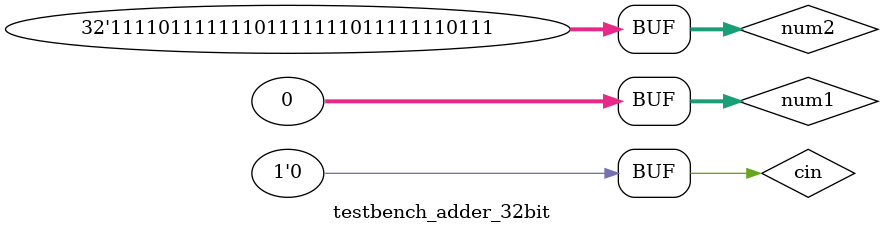
<source format=v>
`include "adder_32bit.v"

module testbench_adder_32bit;
	 reg [31:0] num1,num2;
	 wire [31:0] sum;
	 wire cfinal;
	 wire cin;
	 
	 assign cin = 0;
	 
	 adder_32bit add1(cfinal,sum,num1,num2,cin);
	 initial
		$monitor(,$time,"sum=%b, cfinal = %b, num1=%b, num2=%b, cin = %b",sum,cfinal,num1,num2,cin);
	 
	 initial
		 begin
			#0  num1=32'b00000001000000010000000100000001;num2=32'b11111111111111111111111111111111;
			#10 num1=32'b00000000000000000000000000000000;num2=32'b11111110111111101111111011111110;
			#20 num1=32'b00000000000000000000000000000000;num2=32'b11111101111111011111110111111101;
			#30 num1=32'b00000000000000000000000000000000;num2=32'b11111011111110111111101111111011;
			#40 num1=32'b00000000000000000000000000000000;num2=32'b11110111111101111111011111110111;
		 end
endmodule
</source>
